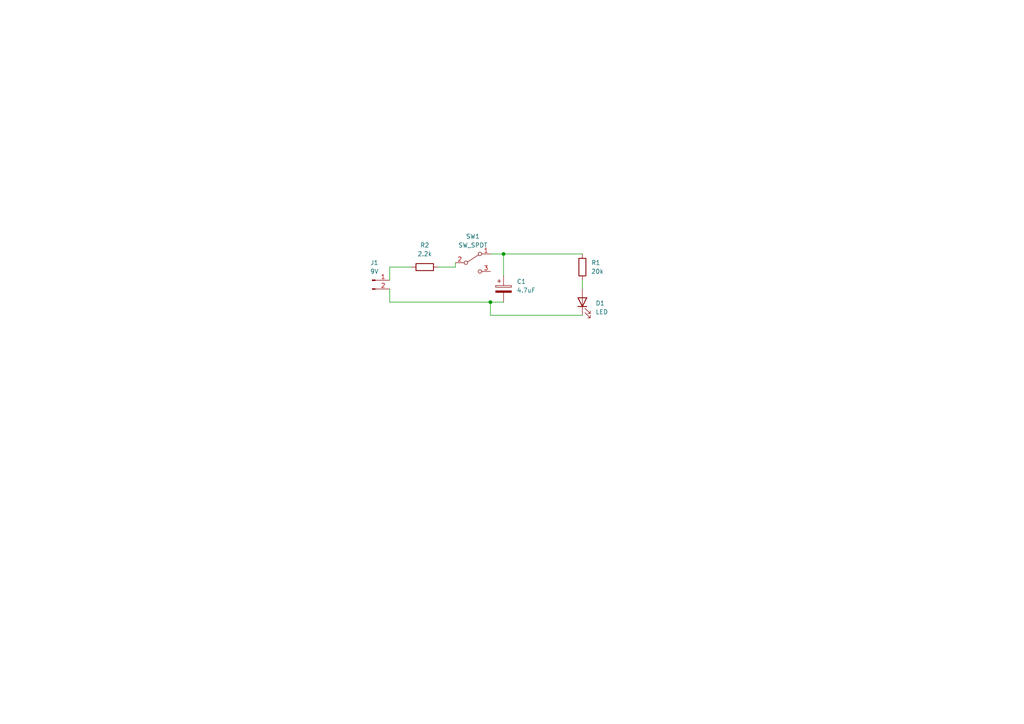
<source format=kicad_sch>
(kicad_sch (version 20211123) (generator eeschema)
  (paper "A4")
  (lib_symbols
    (symbol "Connector:Conn_01x02_Male" (pin_names (offset 1.016) hide)
      (property "Reference" "J" (at 0 2.54 0))
      (property "Value" "Conn_01x02_Male" (at 0 -5.08 0))
      (symbol "Conn_01x02_Male_1_1"
        (polyline (pts (xy 1.27 -2.54) (xy 0.8636 -2.54)) (stroke (width 0.1524)))
        (polyline (pts (xy 1.27 0) (xy 0.8636 0)) (stroke (width 0.1524)))
        (rectangle (start 0.8636 -2.413) (end 0 -2.667) (stroke (width 0.1524)) (fill (type outline)))
        (rectangle (start 0.8636 0.127) (end 0 -0.127) (stroke (width 0.1524)) (fill (type outline)))
        (pin passive line (at 5.08 0 180) (length 3.81) (name "Pin_1") (number "1"))
        (pin passive line (at 5.08 -2.54 180) (length 3.81) (name "Pin_2") (number "2"))
      )
    )
    (symbol "Device:C_Polarized" (pin_numbers hide) (pin_names (offset 0.254))
      (property "Reference" "C" (at 0.635 2.54 0))
      (property "Value" "C_Polarized" (at 0.635 -2.54 0))
      (symbol "C_Polarized_0_1"
        (rectangle (start -2.286 0.508) (end 2.286 1.016))
        (polyline (pts (xy -1.778 2.286) (xy -0.762 2.286)))
        (polyline (pts (xy -1.27 2.794) (xy -1.27 1.778)))
        (rectangle (start 2.286 -0.508) (end -2.286 -1.016) (fill (type outline)))
      )
      (symbol "C_Polarized_1_1"
        (pin passive line (at 0 3.81 270) (length 2.794) (name "~") (number "1"))
        (pin passive line (at 0 -3.81 90) (length 2.794) (name "~") (number "2"))
      )
    )
    (symbol "Device:LED" (pin_numbers hide) (pin_names (offset 1.016) hide)
      (property "Reference" "D" (at 0 2.54 0))
      (property "Value" "LED" (at 0 -2.54 0))
      (symbol "LED_0_1"
        (polyline (pts (xy -1.27 -1.27) (xy -1.27 1.27)) (stroke (width 0.254)))
        (polyline (pts (xy -1.27 0) (xy 1.27 0)))
        (polyline (pts (xy 1.27 -1.27) (xy 1.27 1.27) (xy -1.27 0) (xy 1.27 -1.27)) (stroke (width 0.254)))
        (polyline (pts (xy -3.048 -0.762) (xy -4.572 -2.286) (xy -3.81 -2.286) (xy -4.572 -2.286) (xy -4.572 -1.524)))
        (polyline (pts (xy -1.778 -0.762) (xy -3.302 -2.286) (xy -2.54 -2.286) (xy -3.302 -2.286) (xy -3.302 -1.524)))
      )
      (symbol "LED_1_1"
        (pin passive line (at -3.81 0 0) (length 2.54) (name "K") (number "1"))
        (pin passive line (at 3.81 0 180) (length 2.54) (name "A") (number "2"))
      )
    )
    (symbol "Device:R" (pin_numbers hide) (pin_names (offset 0))
      (property "Reference" "R" (at 2.032 0 90))
      (property "Value" "R" (at 0 0 90))
      (symbol "R_0_1"
        (rectangle (start -1.016 -2.54) (end 1.016 2.54) (stroke (width 0.254)))
      )
      (symbol "R_1_1"
        (pin passive line (at 0 3.81 270) (length 1.27) (name "~") (number "1"))
        (pin passive line (at 0 -3.81 90) (length 1.27) (name "~") (number "2"))
      )
    )
    (symbol "Switch:SW_SPDT" (pin_names (offset 0) hide)
      (property "Reference" "SW" (at 0 4.318 0))
      (property "Value" "SW_SPDT" (at 0 -5.08 0))
      (symbol "SW_SPDT_0_0"
        (circle (center -2.032 0) (radius 0.508))
        (circle (center 2.032 -2.54) (radius 0.508))
      )
      (symbol "SW_SPDT_0_1"
        (polyline (pts (xy -1.524 0.254) (xy 1.651 2.286)))
        (circle (center 2.032 2.54) (radius 0.508))
      )
      (symbol "SW_SPDT_1_1"
        (pin passive line (at 5.08 2.54 180) (length 2.54) (name "A") (number "1"))
        (pin passive line (at -5.08 0 0) (length 2.54) (name "B") (number "2"))
        (pin passive line (at 5.08 -2.54 180) (length 2.54) (name "C") (number "3"))
      )
    )
  )
  (junction (at 142.24 87.63))
  (junction (at 146.05 73.66))
  (wire (pts (xy 113.03 87.63) (xy 142.24 87.63)))
  (wire (pts (xy 146.05 73.66) (xy 146.05 80.01)))
  (wire (pts (xy 113.03 83.82) (xy 113.03 87.63)))
  (wire (pts (xy 113.03 77.47) (xy 119.38 77.47)))
  (wire (pts (xy 142.24 91.44) (xy 142.24 87.63)))
  (wire (pts (xy 142.24 73.66) (xy 146.05 73.66)))
  (wire (pts (xy 168.91 81.28) (xy 168.91 83.82)))
  (wire (pts (xy 168.91 91.44) (xy 142.24 91.44)))
  (wire (pts (xy 146.05 87.63) (xy 142.24 87.63)))
  (wire (pts (xy 132.08 77.47) (xy 132.08 76.2)))
  (wire (pts (xy 113.03 81.28) (xy 113.03 77.47)))
  (wire (pts (xy 127 77.47) (xy 132.08 77.47)))
  (wire (pts (xy 146.05 73.66) (xy 168.91 73.66)))
  (symbol (lib_id "Device:LED") (at 168.91 87.63 90) (unit 1)
    (property "Reference" "D1" (at 172.72 87.9474 90) (effects (justify right)))
    (property "Value" "LED" (at 172.72 90.4874 90) (effects (justify right)))
  )
  (symbol (lib_id "Device:C_Polarized") (at 146.05 83.82 0) (unit 1)
    (property "Reference" "C1" (at 149.86 81.6609 0) (effects (justify left)))
    (property "Value" "4.7uF" (at 149.86 84.2009 0) (effects (justify left)))
  )
  (symbol (lib_id "Device:R") (at 168.91 77.47 0) (unit 1)
    (property "Reference" "R1" (at 171.45 76.1999 0) (effects (justify left)))
    (property "Value" "20k" (at 171.45 78.7399 0) (effects (justify left)))
  )
  (symbol (lib_id "Switch:SW_SPDT") (at 137.16 76.2 0) (unit 1)
    (property "Reference" "SW1" (at 137.16 68.58 0))
    (property "Value" "SW_SPDT" (at 137.16 71.12 0))
  )
  (symbol (lib_id "Device:R") (at 123.19 77.47 90) (unit 1)
    (property "Reference" "R2" (at 123.19 71.12 90))
    (property "Value" "2.2k" (at 123.19 73.66 90))
  )
  (symbol (lib_id "Connector:Conn_01x02_Male") (at 107.95 81.28 0) (unit 1)
    (property "Reference" "J1" (at 108.585 76.2 0))
    (property "Value" "9V" (at 108.585 78.74 0))
  )
)
</source>
